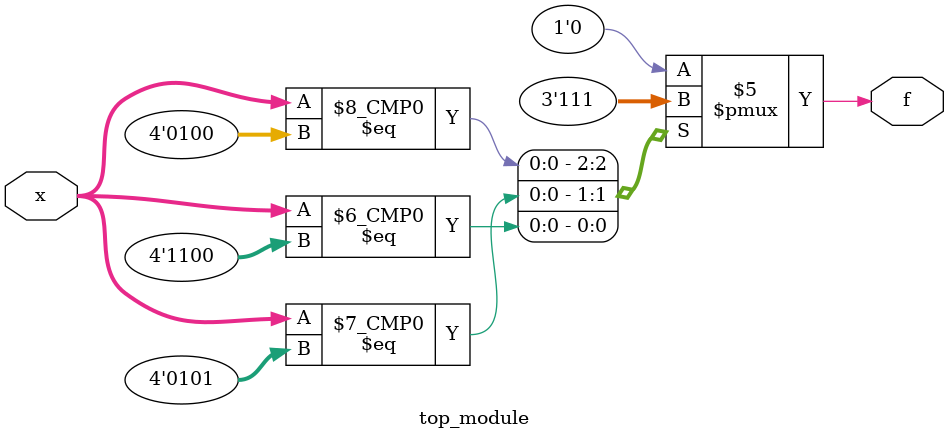
<source format=sv>
module top_module (
    input [4:1] x,
    output logic f
);

    always_comb begin
        case (x)
            4'b00xx: f = 1'b0;
            4'b0010: f = 1'b0;
            4'b0100: f = 1'b1; // Incorrect value in K-map
            4'b0110: f = 1'b0; // Incorrect value in K-map
            4'b0101: f = 1'b1;
            4'b0111: f = 1'b0;
            4'b1100: f = 1'b1;
            4'b11xx: f = 1'b0;
            4'b1010: f = 1'b0;
            default: f = 1'b0;
        endcase
    end
endmodule

</source>
